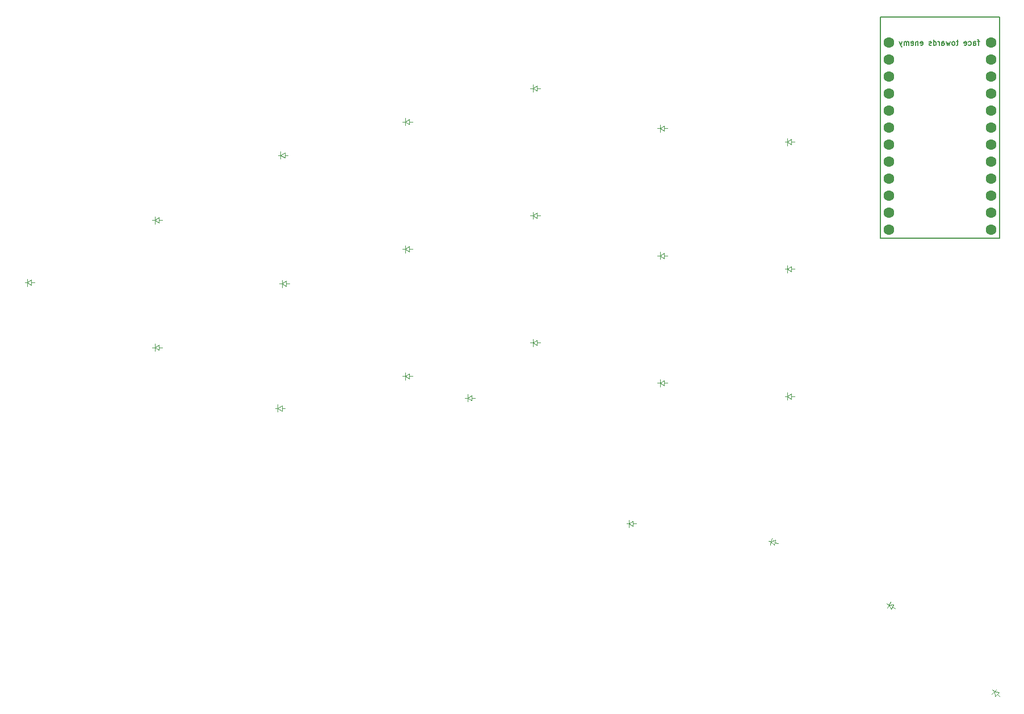
<source format=gbr>
%TF.GenerationSoftware,KiCad,Pcbnew,(6.0.10)*%
%TF.CreationDate,2023-04-21T22:00:42+03:00*%
%TF.ProjectId,blaster,626c6173-7465-4722-9e6b-696361645f70,v1.0.0*%
%TF.SameCoordinates,Original*%
%TF.FileFunction,Legend,Bot*%
%TF.FilePolarity,Positive*%
%FSLAX46Y46*%
G04 Gerber Fmt 4.6, Leading zero omitted, Abs format (unit mm)*
G04 Created by KiCad (PCBNEW (6.0.10)) date 2023-04-21 22:00:42*
%MOMM*%
%LPD*%
G01*
G04 APERTURE LIST*
%ADD10C,0.150000*%
%ADD11C,0.100000*%
%ADD12C,1.600000*%
G04 APERTURE END LIST*
D10*
%TO.C,MCU1*%
X263892559Y-100793571D02*
X263587797Y-100793571D01*
X263778273Y-101326904D02*
X263778273Y-100641190D01*
X263740178Y-100565000D01*
X263663988Y-100526904D01*
X263587797Y-100526904D01*
X262978273Y-101326904D02*
X262978273Y-100907857D01*
X263016369Y-100831666D01*
X263092559Y-100793571D01*
X263244940Y-100793571D01*
X263321130Y-100831666D01*
X262978273Y-101288809D02*
X263054464Y-101326904D01*
X263244940Y-101326904D01*
X263321130Y-101288809D01*
X263359226Y-101212619D01*
X263359226Y-101136428D01*
X263321130Y-101060238D01*
X263244940Y-101022142D01*
X263054464Y-101022142D01*
X262978273Y-100984047D01*
X262254464Y-101288809D02*
X262330654Y-101326904D01*
X262483035Y-101326904D01*
X262559226Y-101288809D01*
X262597321Y-101250714D01*
X262635416Y-101174523D01*
X262635416Y-100945952D01*
X262597321Y-100869761D01*
X262559226Y-100831666D01*
X262483035Y-100793571D01*
X262330654Y-100793571D01*
X262254464Y-100831666D01*
X261606845Y-101288809D02*
X261683035Y-101326904D01*
X261835416Y-101326904D01*
X261911607Y-101288809D01*
X261949702Y-101212619D01*
X261949702Y-100907857D01*
X261911607Y-100831666D01*
X261835416Y-100793571D01*
X261683035Y-100793571D01*
X261606845Y-100831666D01*
X261568750Y-100907857D01*
X261568750Y-100984047D01*
X261949702Y-101060238D01*
X260730654Y-100793571D02*
X260425892Y-100793571D01*
X260616369Y-100526904D02*
X260616369Y-101212619D01*
X260578273Y-101288809D01*
X260502083Y-101326904D01*
X260425892Y-101326904D01*
X260044940Y-101326904D02*
X260121130Y-101288809D01*
X260159226Y-101250714D01*
X260197321Y-101174523D01*
X260197321Y-100945952D01*
X260159226Y-100869761D01*
X260121130Y-100831666D01*
X260044940Y-100793571D01*
X259930654Y-100793571D01*
X259854464Y-100831666D01*
X259816369Y-100869761D01*
X259778273Y-100945952D01*
X259778273Y-101174523D01*
X259816369Y-101250714D01*
X259854464Y-101288809D01*
X259930654Y-101326904D01*
X260044940Y-101326904D01*
X259511607Y-100793571D02*
X259359226Y-101326904D01*
X259206845Y-100945952D01*
X259054464Y-101326904D01*
X258902083Y-100793571D01*
X258254464Y-101326904D02*
X258254464Y-100907857D01*
X258292559Y-100831666D01*
X258368750Y-100793571D01*
X258521130Y-100793571D01*
X258597321Y-100831666D01*
X258254464Y-101288809D02*
X258330654Y-101326904D01*
X258521130Y-101326904D01*
X258597321Y-101288809D01*
X258635416Y-101212619D01*
X258635416Y-101136428D01*
X258597321Y-101060238D01*
X258521130Y-101022142D01*
X258330654Y-101022142D01*
X258254464Y-100984047D01*
X257873511Y-101326904D02*
X257873511Y-100793571D01*
X257873511Y-100945952D02*
X257835416Y-100869761D01*
X257797321Y-100831666D01*
X257721130Y-100793571D01*
X257644940Y-100793571D01*
X257035416Y-101326904D02*
X257035416Y-100526904D01*
X257035416Y-101288809D02*
X257111607Y-101326904D01*
X257263988Y-101326904D01*
X257340178Y-101288809D01*
X257378273Y-101250714D01*
X257416369Y-101174523D01*
X257416369Y-100945952D01*
X257378273Y-100869761D01*
X257340178Y-100831666D01*
X257263988Y-100793571D01*
X257111607Y-100793571D01*
X257035416Y-100831666D01*
X256692559Y-101288809D02*
X256616369Y-101326904D01*
X256463988Y-101326904D01*
X256387797Y-101288809D01*
X256349702Y-101212619D01*
X256349702Y-101174523D01*
X256387797Y-101098333D01*
X256463988Y-101060238D01*
X256578273Y-101060238D01*
X256654464Y-101022142D01*
X256692559Y-100945952D01*
X256692559Y-100907857D01*
X256654464Y-100831666D01*
X256578273Y-100793571D01*
X256463988Y-100793571D01*
X256387797Y-100831666D01*
X255092559Y-101288809D02*
X255168750Y-101326904D01*
X255321130Y-101326904D01*
X255397321Y-101288809D01*
X255435416Y-101212619D01*
X255435416Y-100907857D01*
X255397321Y-100831666D01*
X255321130Y-100793571D01*
X255168750Y-100793571D01*
X255092559Y-100831666D01*
X255054464Y-100907857D01*
X255054464Y-100984047D01*
X255435416Y-101060238D01*
X254711607Y-100793571D02*
X254711607Y-101326904D01*
X254711607Y-100869761D02*
X254673511Y-100831666D01*
X254597321Y-100793571D01*
X254483035Y-100793571D01*
X254406845Y-100831666D01*
X254368750Y-100907857D01*
X254368750Y-101326904D01*
X253683035Y-101288809D02*
X253759226Y-101326904D01*
X253911607Y-101326904D01*
X253987797Y-101288809D01*
X254025892Y-101212619D01*
X254025892Y-100907857D01*
X253987797Y-100831666D01*
X253911607Y-100793571D01*
X253759226Y-100793571D01*
X253683035Y-100831666D01*
X253644940Y-100907857D01*
X253644940Y-100984047D01*
X254025892Y-101060238D01*
X253302083Y-101326904D02*
X253302083Y-100793571D01*
X253302083Y-100869761D02*
X253263988Y-100831666D01*
X253187797Y-100793571D01*
X253073511Y-100793571D01*
X252997321Y-100831666D01*
X252959226Y-100907857D01*
X252959226Y-101326904D01*
X252959226Y-100907857D02*
X252921130Y-100831666D01*
X252844940Y-100793571D01*
X252730654Y-100793571D01*
X252654464Y-100831666D01*
X252616369Y-100907857D01*
X252616369Y-101326904D01*
X252311607Y-100793571D02*
X252121130Y-101326904D01*
X251930654Y-100793571D02*
X252121130Y-101326904D01*
X252197321Y-101517380D01*
X252235416Y-101555476D01*
X252311607Y-101593571D01*
D11*
%TO.C,D5*%
X159871591Y-136930708D02*
X159871591Y-137480708D01*
X159871591Y-136930708D02*
X159871591Y-136380708D01*
X159871591Y-136930708D02*
X160471591Y-136530708D01*
X159471591Y-136930708D02*
X159871591Y-136930708D01*
X160471591Y-136530708D02*
X160471591Y-137330708D01*
X160471591Y-136930708D02*
X160971591Y-136930708D01*
X160471591Y-137330708D02*
X159871591Y-136930708D01*
%TO.C,D8*%
X178243750Y-131762500D02*
X178243750Y-132312500D01*
X177843750Y-131762500D02*
X178243750Y-131762500D01*
X178843750Y-131362500D02*
X178843750Y-132162500D01*
X178843750Y-132162500D02*
X178243750Y-131762500D01*
X178243750Y-131762500D02*
X178243750Y-131212500D01*
X178243750Y-131762500D02*
X178843750Y-131362500D01*
X178843750Y-131762500D02*
X179343750Y-131762500D01*
%TO.C,D10*%
X196843750Y-145762500D02*
X197243750Y-145762500D01*
X197843750Y-145362500D02*
X197843750Y-146162500D01*
X197843750Y-146162500D02*
X197243750Y-145762500D01*
X197243750Y-145762500D02*
X197243750Y-146312500D01*
X197243750Y-145762500D02*
X197243750Y-145212500D01*
X197243750Y-145762500D02*
X197843750Y-145362500D01*
X197843750Y-145762500D02*
X198343750Y-145762500D01*
%TO.C,D17*%
X235843750Y-134762500D02*
X236343750Y-134762500D01*
X235843750Y-135162500D02*
X235243750Y-134762500D01*
X234843750Y-134762500D02*
X235243750Y-134762500D01*
X235243750Y-134762500D02*
X235243750Y-134212500D01*
X235243750Y-134762500D02*
X235843750Y-134362500D01*
X235843750Y-134362500D02*
X235843750Y-135162500D01*
X235243750Y-134762500D02*
X235243750Y-135312500D01*
%TO.C,D16*%
X235243750Y-153762500D02*
X235843750Y-153362500D01*
X235843750Y-154162500D02*
X235243750Y-153762500D01*
X235243750Y-153762500D02*
X235243750Y-154312500D01*
X235843750Y-153362500D02*
X235843750Y-154162500D01*
X234843750Y-153762500D02*
X235243750Y-153762500D01*
X235243750Y-153762500D02*
X235243750Y-153212500D01*
X235843750Y-153762500D02*
X236343750Y-153762500D01*
%TO.C,D6*%
X160243750Y-117362500D02*
X160243750Y-118162500D01*
X159643750Y-117762500D02*
X159643750Y-117212500D01*
X159643750Y-117762500D02*
X160243750Y-117362500D01*
X159643750Y-117762500D02*
X159643750Y-118312500D01*
X160243750Y-118162500D02*
X159643750Y-117762500D01*
X159243750Y-117762500D02*
X159643750Y-117762500D01*
X160243750Y-117762500D02*
X160743750Y-117762500D01*
%TO.C,D4*%
X159221591Y-155530708D02*
X159221591Y-154980708D01*
X159821591Y-155130708D02*
X159821591Y-155930708D01*
X159221591Y-155530708D02*
X159821591Y-155130708D01*
X159821591Y-155930708D02*
X159221591Y-155530708D01*
X159221591Y-155530708D02*
X159221591Y-156080708D01*
X158821591Y-155530708D02*
X159221591Y-155530708D01*
X159821591Y-155530708D02*
X160321591Y-155530708D01*
%TO.C,D7*%
X178843750Y-150762500D02*
X179343750Y-150762500D01*
X178243750Y-150762500D02*
X178243750Y-151312500D01*
X178243750Y-150762500D02*
X178243750Y-150212500D01*
X178243750Y-150762500D02*
X178843750Y-150362500D01*
X177843750Y-150762500D02*
X178243750Y-150762500D01*
X178843750Y-151162500D02*
X178243750Y-150762500D01*
X178843750Y-150362500D02*
X178843750Y-151162500D01*
%TO.C,D14*%
X216843750Y-132762500D02*
X217343750Y-132762500D01*
X216843750Y-132362500D02*
X216843750Y-133162500D01*
X216243750Y-132762500D02*
X216843750Y-132362500D01*
X216243750Y-132762500D02*
X216243750Y-133312500D01*
X216843750Y-133162500D02*
X216243750Y-132762500D01*
X216243750Y-132762500D02*
X216243750Y-132212500D01*
X215843750Y-132762500D02*
X216243750Y-132762500D01*
%TO.C,D9*%
X178243750Y-112762500D02*
X178843750Y-112362500D01*
X178243750Y-112762500D02*
X178243750Y-113312500D01*
X178843750Y-112762500D02*
X179343750Y-112762500D01*
X178243750Y-112762500D02*
X178243750Y-112212500D01*
X177843750Y-112762500D02*
X178243750Y-112762500D01*
X178843750Y-113162500D02*
X178243750Y-112762500D01*
X178843750Y-112362500D02*
X178843750Y-113162500D01*
%TO.C,D20*%
X212218750Y-172362500D02*
X212218750Y-173162500D01*
X212218750Y-172762500D02*
X212718750Y-172762500D01*
X212218750Y-173162500D02*
X211618750Y-172762500D01*
X211618750Y-172762500D02*
X212218750Y-172362500D01*
X211618750Y-172762500D02*
X211618750Y-172212500D01*
X211218750Y-172762500D02*
X211618750Y-172762500D01*
X211618750Y-172762500D02*
X211618750Y-173312500D01*
%TO.C,D11*%
X197243750Y-126762500D02*
X197243750Y-127312500D01*
X197243750Y-126762500D02*
X197243750Y-126212500D01*
X197843750Y-126762500D02*
X198343750Y-126762500D01*
X196843750Y-126762500D02*
X197243750Y-126762500D01*
X197843750Y-126362500D02*
X197843750Y-127162500D01*
X197843750Y-127162500D02*
X197243750Y-126762500D01*
X197243750Y-126762500D02*
X197843750Y-126362500D01*
%TO.C,D18*%
X235243750Y-115762500D02*
X235843750Y-115362500D01*
X235843750Y-115362500D02*
X235843750Y-116162500D01*
X234843750Y-115762500D02*
X235243750Y-115762500D01*
X235243750Y-115762500D02*
X235243750Y-115212500D01*
X235843750Y-115762500D02*
X236343750Y-115762500D01*
X235243750Y-115762500D02*
X235243750Y-116312500D01*
X235843750Y-116162500D02*
X235243750Y-115762500D01*
%TO.C,D23*%
X266786643Y-197958458D02*
X266220958Y-198524143D01*
X266220958Y-198524143D02*
X266079537Y-197817037D01*
X265796694Y-197534194D02*
X266079537Y-197817037D01*
X266079537Y-197817037D02*
X266468445Y-197428128D01*
X266503801Y-198241301D02*
X266857354Y-198594854D01*
X266079537Y-197817037D02*
X266786643Y-197958458D01*
X266079537Y-197817037D02*
X265690628Y-198205945D01*
%TO.C,D1*%
X122471591Y-136755708D02*
X122971591Y-136755708D01*
X122471591Y-137155708D02*
X121871591Y-136755708D01*
X121471591Y-136755708D02*
X121871591Y-136755708D01*
X121871591Y-136755708D02*
X121871591Y-136205708D01*
X121871591Y-136755708D02*
X122471591Y-136355708D01*
X122471591Y-136355708D02*
X122471591Y-137155708D01*
X121871591Y-136755708D02*
X121871591Y-137305708D01*
%TO.C,D12*%
X197243750Y-107762500D02*
X197243750Y-108312500D01*
X197843750Y-107762500D02*
X198343750Y-107762500D01*
X197243750Y-107762500D02*
X197243750Y-107212500D01*
X197843750Y-107362500D02*
X197843750Y-108162500D01*
X197243750Y-107762500D02*
X197843750Y-107362500D01*
X197843750Y-108162500D02*
X197243750Y-107762500D01*
X196843750Y-107762500D02*
X197243750Y-107762500D01*
%TO.C,D15*%
X216843750Y-113762500D02*
X217343750Y-113762500D01*
X216843750Y-113362500D02*
X216843750Y-114162500D01*
X215843750Y-113762500D02*
X216243750Y-113762500D01*
X216243750Y-113762500D02*
X216243750Y-114312500D01*
X216243750Y-113762500D02*
X216843750Y-113362500D01*
X216843750Y-114162500D02*
X216243750Y-113762500D01*
X216243750Y-113762500D02*
X216243750Y-113212500D01*
%TO.C,D13*%
X216843750Y-151762500D02*
X217343750Y-151762500D01*
X216243750Y-151762500D02*
X216243750Y-152312500D01*
X216843750Y-151362500D02*
X216843750Y-152162500D01*
X216243750Y-151762500D02*
X216243750Y-151212500D01*
X216243750Y-151762500D02*
X216843750Y-151362500D01*
X215843750Y-151762500D02*
X216243750Y-151762500D01*
X216843750Y-152162500D02*
X216243750Y-151762500D01*
%TO.C,D22*%
X250877674Y-185194070D02*
X251310687Y-185444070D01*
X250358059Y-184894070D02*
X250083059Y-185370384D01*
X251077674Y-184847660D02*
X250677674Y-185540480D01*
X250011649Y-184694070D02*
X250358059Y-184894070D01*
X250358059Y-184894070D02*
X251077674Y-184847660D01*
X250677674Y-185540480D02*
X250358059Y-184894070D01*
X250358059Y-184894070D02*
X250633059Y-184417756D01*
%TO.C,D19*%
X187118750Y-153987500D02*
X187518750Y-153987500D01*
X188118750Y-153987500D02*
X188618750Y-153987500D01*
X188118750Y-153587500D02*
X188118750Y-154387500D01*
X188118750Y-154387500D02*
X187518750Y-153987500D01*
X187518750Y-153987500D02*
X187518750Y-153437500D01*
X187518750Y-153987500D02*
X187518750Y-154537500D01*
X187518750Y-153987500D02*
X188118750Y-153587500D01*
%TO.C,D3*%
X141471591Y-127855708D02*
X140871591Y-127455708D01*
X140871591Y-127455708D02*
X140871591Y-126905708D01*
X141471591Y-127055708D02*
X141471591Y-127855708D01*
X140471591Y-127455708D02*
X140871591Y-127455708D01*
X140871591Y-127455708D02*
X141471591Y-127055708D01*
X140871591Y-127455708D02*
X140871591Y-128005708D01*
X141471591Y-127455708D02*
X141971591Y-127455708D01*
%TO.C,D21*%
X232786381Y-175448573D02*
X233469464Y-175217494D01*
X233365936Y-175603865D02*
X233848899Y-175733274D01*
X233262409Y-175990235D02*
X232786381Y-175448573D01*
X233469464Y-175217494D02*
X233262409Y-175990235D01*
X232786381Y-175448573D02*
X232928731Y-174917314D01*
X232786381Y-175448573D02*
X232644030Y-175979833D01*
X232400011Y-175345046D02*
X232786381Y-175448573D01*
%TO.C,D2*%
X140471591Y-146455708D02*
X140871591Y-146455708D01*
X141471591Y-146055708D02*
X141471591Y-146855708D01*
X141471591Y-146455708D02*
X141971591Y-146455708D01*
X140871591Y-146455708D02*
X140871591Y-145905708D01*
X140871591Y-146455708D02*
X140871591Y-147005708D01*
X140871591Y-146455708D02*
X141471591Y-146055708D01*
X141471591Y-146855708D02*
X140871591Y-146455708D01*
D10*
%TO.C,MCU1*%
X266858750Y-130175000D02*
X249078750Y-130175000D01*
X266858750Y-97155000D02*
X266858750Y-130175000D01*
X249078750Y-97155000D02*
X266858750Y-97155000D01*
X249078750Y-130175000D02*
X249078750Y-97155000D01*
%TD*%
D12*
%TO.C,MCU1*%
X265588750Y-100965000D03*
X265588750Y-103505000D03*
X265588750Y-106045000D03*
X265588750Y-108585000D03*
X265588750Y-111125000D03*
X265588750Y-113665000D03*
X265588750Y-116205000D03*
X265588750Y-118745000D03*
X265588750Y-121285000D03*
X265588750Y-123825000D03*
X265588750Y-126365000D03*
X265588750Y-128905000D03*
X250348750Y-100965000D03*
X250348750Y-103505000D03*
X250348750Y-106045000D03*
X250348750Y-108585000D03*
X250348750Y-111125000D03*
X250348750Y-113665000D03*
X250348750Y-116205000D03*
X250348750Y-118745000D03*
X250348750Y-121285000D03*
X250348750Y-123825000D03*
X250348750Y-126365000D03*
X250348750Y-128905000D03*
%TD*%
M02*

</source>
